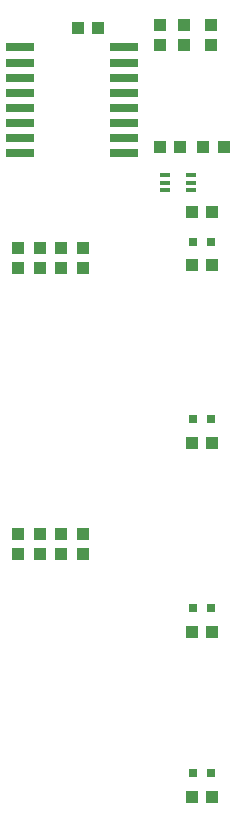
<source format=gtp>
G75*
%MOIN*%
%OFA0B0*%
%FSLAX25Y25*%
%IPPOS*%
%LPD*%
%AMOC8*
5,1,8,0,0,1.08239X$1,22.5*
%
%ADD10R,0.04331X0.03937*%
%ADD11R,0.03150X0.03150*%
%ADD12R,0.03937X0.04331*%
%ADD13R,0.09449X0.03150*%
%ADD14R,0.09449X0.02756*%
%ADD15R,0.03346X0.01378*%
D10*
X0052843Y0181170D03*
X0052843Y0187863D03*
X0060048Y0187863D03*
X0060048Y0181170D03*
X0067253Y0181170D03*
X0067253Y0187863D03*
X0074457Y0187863D03*
X0074457Y0181170D03*
X0074457Y0276367D03*
X0074457Y0283060D03*
X0067253Y0283060D03*
X0067253Y0276367D03*
X0060048Y0276367D03*
X0060048Y0283060D03*
X0052843Y0283060D03*
X0052843Y0276367D03*
X0072902Y0356426D03*
X0079595Y0356426D03*
X0100225Y0357509D03*
X0100225Y0350816D03*
X0108099Y0350816D03*
X0108099Y0357509D03*
X0117154Y0357509D03*
X0117154Y0350816D03*
X0117351Y0295107D03*
X0110658Y0295107D03*
D11*
X0111052Y0285265D03*
X0116957Y0285265D03*
X0116957Y0226209D03*
X0111052Y0226209D03*
X0111052Y0163217D03*
X0116957Y0163217D03*
X0116957Y0108099D03*
X0111052Y0108099D03*
D12*
X0110658Y0100225D03*
X0117351Y0100225D03*
X0117351Y0155343D03*
X0110658Y0155343D03*
X0110658Y0218335D03*
X0117351Y0218335D03*
X0117351Y0277391D03*
X0110658Y0277391D03*
X0106918Y0316761D03*
X0100225Y0316761D03*
X0114595Y0316761D03*
X0121288Y0316761D03*
D13*
X0088020Y0314812D03*
X0088020Y0350206D03*
X0053375Y0350206D03*
X0053375Y0314812D03*
D14*
X0053375Y0320009D03*
X0053375Y0325009D03*
X0053375Y0330009D03*
X0053375Y0335009D03*
X0053375Y0340009D03*
X0053375Y0345009D03*
X0088020Y0345009D03*
X0088020Y0340009D03*
X0088020Y0335009D03*
X0088020Y0330009D03*
X0088020Y0325009D03*
X0088020Y0320009D03*
D15*
X0101800Y0307509D03*
X0101800Y0304950D03*
X0101800Y0302391D03*
X0110461Y0302391D03*
X0110461Y0304950D03*
X0110461Y0307509D03*
M02*

</source>
